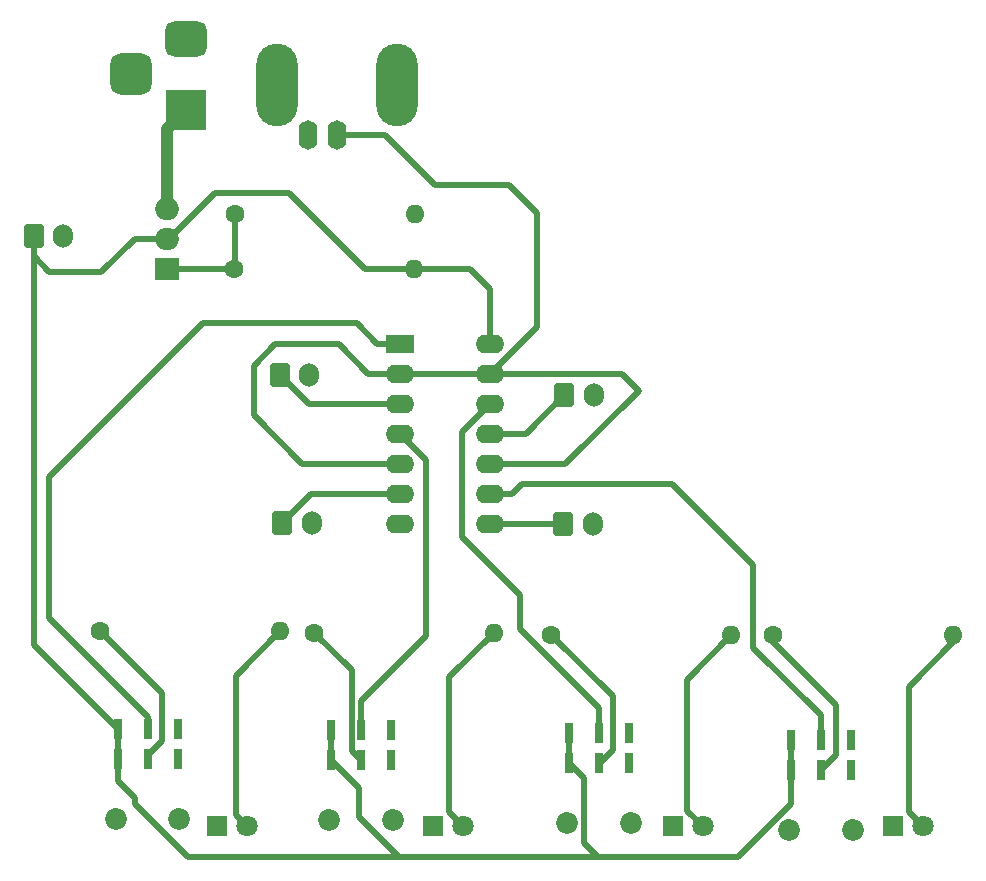
<source format=gbr>
%TF.GenerationSoftware,KiCad,Pcbnew,7.0.6*%
%TF.CreationDate,2023-12-12T17:12:18+00:00*%
%TF.ProjectId,BlankingRelay_Base,426c616e-6b69-46e6-9752-656c61795f42,rev?*%
%TF.SameCoordinates,Original*%
%TF.FileFunction,Copper,L1,Top*%
%TF.FilePolarity,Positive*%
%FSLAX46Y46*%
G04 Gerber Fmt 4.6, Leading zero omitted, Abs format (unit mm)*
G04 Created by KiCad (PCBNEW 7.0.6) date 2023-12-12 17:12:18*
%MOMM*%
%LPD*%
G01*
G04 APERTURE LIST*
G04 Aperture macros list*
%AMRoundRect*
0 Rectangle with rounded corners*
0 $1 Rounding radius*
0 $2 $3 $4 $5 $6 $7 $8 $9 X,Y pos of 4 corners*
0 Add a 4 corners polygon primitive as box body*
4,1,4,$2,$3,$4,$5,$6,$7,$8,$9,$2,$3,0*
0 Add four circle primitives for the rounded corners*
1,1,$1+$1,$2,$3*
1,1,$1+$1,$4,$5*
1,1,$1+$1,$6,$7*
1,1,$1+$1,$8,$9*
0 Add four rect primitives between the rounded corners*
20,1,$1+$1,$2,$3,$4,$5,0*
20,1,$1+$1,$4,$5,$6,$7,0*
20,1,$1+$1,$6,$7,$8,$9,0*
20,1,$1+$1,$8,$9,$2,$3,0*%
G04 Aperture macros list end*
%TA.AperFunction,ComponentPad*%
%ADD10C,1.600000*%
%TD*%
%TA.AperFunction,ComponentPad*%
%ADD11O,1.600000X1.600000*%
%TD*%
%TA.AperFunction,ComponentPad*%
%ADD12R,1.800000X1.800000*%
%TD*%
%TA.AperFunction,ComponentPad*%
%ADD13C,1.800000*%
%TD*%
%TA.AperFunction,ComponentPad*%
%ADD14O,1.600200X2.499360*%
%TD*%
%TA.AperFunction,ComponentPad*%
%ADD15O,3.500120X7.000240*%
%TD*%
%TA.AperFunction,ComponentPad*%
%ADD16R,0.750000X1.750000*%
%TD*%
%TA.AperFunction,ComponentPad*%
%ADD17C,1.850000*%
%TD*%
%TA.AperFunction,ComponentPad*%
%ADD18O,1.700000X2.000000*%
%TD*%
%TA.AperFunction,ComponentPad*%
%ADD19RoundRect,0.250000X-0.600000X-0.750000X0.600000X-0.750000X0.600000X0.750000X-0.600000X0.750000X0*%
%TD*%
%TA.AperFunction,ComponentPad*%
%ADD20R,2.400000X1.600000*%
%TD*%
%TA.AperFunction,ComponentPad*%
%ADD21O,2.400000X1.600000*%
%TD*%
%TA.AperFunction,ComponentPad*%
%ADD22R,3.500000X3.500000*%
%TD*%
%TA.AperFunction,ComponentPad*%
%ADD23RoundRect,0.750000X-1.000000X0.750000X-1.000000X-0.750000X1.000000X-0.750000X1.000000X0.750000X0*%
%TD*%
%TA.AperFunction,ComponentPad*%
%ADD24RoundRect,0.875000X-0.875000X0.875000X-0.875000X-0.875000X0.875000X-0.875000X0.875000X0.875000X0*%
%TD*%
%TA.AperFunction,ComponentPad*%
%ADD25R,2.000000X1.905000*%
%TD*%
%TA.AperFunction,ComponentPad*%
%ADD26O,2.000000X1.905000*%
%TD*%
%TA.AperFunction,Conductor*%
%ADD27C,0.500000*%
%TD*%
%TA.AperFunction,Conductor*%
%ADD28C,1.000000*%
%TD*%
G04 APERTURE END LIST*
D10*
%TO.P,R2,1*%
%TO.N,Net-(R2-Pad1)*%
X61400000Y-129200000D03*
D11*
%TO.P,R2,2*%
%TO.N,Net-(D2-A)*%
X76640000Y-129200000D03*
%TD*%
D12*
%TO.P,D2,1,K*%
%TO.N,GNDREF*%
X71500000Y-145600000D03*
D13*
%TO.P,D2,2,A*%
%TO.N,Net-(D2-A)*%
X74040000Y-145600000D03*
%TD*%
D10*
%TO.P,R99,1*%
%TO.N,Net-(U0-ADJ)*%
X54686000Y-93780000D03*
D11*
%TO.P,R99,2*%
%TO.N,GNDREF*%
X69926000Y-93780000D03*
%TD*%
D14*
%TO.P,J2,1,In*%
%TO.N,Blanking_In*%
X63360000Y-87081050D03*
D15*
%TO.P,J2,2,Ext*%
%TO.N,GNDREF*%
X58262220Y-82816390D03*
D14*
X60860640Y-87081050D03*
D15*
X68460320Y-82816390D03*
%TD*%
D16*
%TO.P,SW2,1,A*%
%TO.N,5V*%
X62860000Y-137480000D03*
%TO.P,SW2,2,B*%
%TO.N,On_2*%
X65400000Y-137480000D03*
%TO.P,SW2,3,C*%
%TO.N,GNDREF*%
X67940000Y-137480000D03*
%TO.P,SW2,4,A*%
%TO.N,5V*%
X62860000Y-140020000D03*
%TO.P,SW2,5,B*%
%TO.N,Net-(R2-Pad1)*%
X65400000Y-140020000D03*
%TO.P,SW2,6,C*%
%TO.N,GNDREF*%
X67940000Y-140020000D03*
D17*
%TO.P,SW2,7*%
%TO.N,N/C*%
X62700000Y-145100000D03*
%TO.P,SW2,8*%
X68100000Y-145100000D03*
%TD*%
D16*
%TO.P,SW4,1,A*%
%TO.N,5V*%
X101760000Y-138280000D03*
%TO.P,SW4,2,B*%
%TO.N,On_4*%
X104300000Y-138280000D03*
%TO.P,SW4,3,C*%
%TO.N,GNDREF*%
X106840000Y-138280000D03*
%TO.P,SW4,4,A*%
%TO.N,5V*%
X101760000Y-140820000D03*
%TO.P,SW4,5,B*%
%TO.N,Net-(R4-Pad1)*%
X104300000Y-140820000D03*
%TO.P,SW4,6,C*%
%TO.N,GNDREF*%
X106840000Y-140820000D03*
D17*
%TO.P,SW4,7*%
%TO.N,N/C*%
X101600000Y-145900000D03*
%TO.P,SW4,8*%
X107000000Y-145900000D03*
%TD*%
D10*
%TO.P,R98,1*%
%TO.N,Net-(U0-ADJ)*%
X54660000Y-98420000D03*
D11*
%TO.P,R98,2*%
%TO.N,5V*%
X69900000Y-98420000D03*
%TD*%
D16*
%TO.P,SW3,1,A*%
%TO.N,5V*%
X82960000Y-137680000D03*
%TO.P,SW3,2,B*%
%TO.N,On_3*%
X85500000Y-137680000D03*
%TO.P,SW3,3,C*%
%TO.N,GNDREF*%
X88040000Y-137680000D03*
%TO.P,SW3,4,A*%
%TO.N,5V*%
X82960000Y-140220000D03*
%TO.P,SW3,5,B*%
%TO.N,Net-(R3-Pad1)*%
X85500000Y-140220000D03*
%TO.P,SW3,6,C*%
%TO.N,GNDREF*%
X88040000Y-140220000D03*
D17*
%TO.P,SW3,7*%
%TO.N,N/C*%
X82800000Y-145300000D03*
%TO.P,SW3,8*%
X88200000Y-145300000D03*
%TD*%
D18*
%TO.P,J6,2,Pin_2*%
%TO.N,GNDREF*%
X85100000Y-109100000D03*
D19*
%TO.P,J6,1,Pin_1*%
%TO.N,Net-(J6-Pin_1)*%
X82600000Y-109100000D03*
%TD*%
D10*
%TO.P,R4,1*%
%TO.N,Net-(R4-Pad1)*%
X100300000Y-129400000D03*
D11*
%TO.P,R4,2*%
%TO.N,Net-(D4-A)*%
X115540000Y-129400000D03*
%TD*%
D20*
%TO.P,U1,1*%
%TO.N,On_1*%
X68680000Y-104760000D03*
D21*
%TO.P,U1,2*%
%TO.N,Blanking_In*%
X68680000Y-107300000D03*
%TO.P,U1,3*%
%TO.N,Net-(J3-Pin_1)*%
X68680000Y-109840000D03*
%TO.P,U1,4*%
%TO.N,On_2*%
X68680000Y-112380000D03*
%TO.P,U1,5*%
%TO.N,Blanking_In*%
X68680000Y-114920000D03*
%TO.P,U1,6*%
%TO.N,Net-(J4-Pin_1)*%
X68680000Y-117460000D03*
%TO.P,U1,7,GND*%
%TO.N,GNDREF*%
X68680000Y-120000000D03*
%TO.P,U1,8*%
%TO.N,Net-(J5-Pin_1)*%
X76300000Y-120000000D03*
%TO.P,U1,9*%
%TO.N,On_4*%
X76300000Y-117460000D03*
%TO.P,U1,10*%
%TO.N,Blanking_In*%
X76300000Y-114920000D03*
%TO.P,U1,11*%
%TO.N,Net-(J6-Pin_1)*%
X76300000Y-112380000D03*
%TO.P,U1,12*%
%TO.N,On_3*%
X76300000Y-109840000D03*
%TO.P,U1,13*%
%TO.N,Blanking_In*%
X76300000Y-107300000D03*
%TO.P,U1,14,VCC*%
%TO.N,5V*%
X76300000Y-104760000D03*
%TD*%
D10*
%TO.P,R3,1*%
%TO.N,Net-(R3-Pad1)*%
X81500000Y-129400000D03*
D11*
%TO.P,R3,2*%
%TO.N,Net-(D3-A)*%
X96740000Y-129400000D03*
%TD*%
D12*
%TO.P,D1,1,K*%
%TO.N,GNDREF*%
X53200000Y-145600000D03*
D13*
%TO.P,D1,2,A*%
%TO.N,Net-(D1-A)*%
X55740000Y-145600000D03*
%TD*%
D16*
%TO.P,SW1,1,A*%
%TO.N,5V*%
X44760000Y-137380000D03*
%TO.P,SW1,2,B*%
%TO.N,On_1*%
X47300000Y-137380000D03*
%TO.P,SW1,3,C*%
%TO.N,GNDREF*%
X49840000Y-137380000D03*
%TO.P,SW1,4,A*%
%TO.N,5V*%
X44760000Y-139920000D03*
%TO.P,SW1,5,B*%
%TO.N,Net-(R1-Pad1)*%
X47300000Y-139920000D03*
%TO.P,SW1,6,C*%
%TO.N,GNDREF*%
X49840000Y-139920000D03*
D17*
%TO.P,SW1,7*%
%TO.N,N/C*%
X44600000Y-145000000D03*
%TO.P,SW1,8*%
X50000000Y-145000000D03*
%TD*%
D19*
%TO.P,J7,1,Pin_1*%
%TO.N,5V*%
X37650000Y-95575000D03*
D18*
%TO.P,J7,2,Pin_2*%
%TO.N,GNDREF*%
X40150000Y-95575000D03*
%TD*%
D22*
%TO.P,J1,1*%
%TO.N,+9V*%
X50587500Y-84920000D03*
D23*
%TO.P,J1,2*%
%TO.N,GNDREF*%
X50587500Y-78920000D03*
D24*
%TO.P,J1,3*%
X45887500Y-81920000D03*
%TD*%
D19*
%TO.P,J3,1,Pin_1*%
%TO.N,Net-(J3-Pin_1)*%
X58500000Y-107400000D03*
D18*
%TO.P,J3,2,Pin_2*%
%TO.N,GNDREF*%
X61000000Y-107400000D03*
%TD*%
D12*
%TO.P,D4,1,K*%
%TO.N,GNDREF*%
X110460000Y-145600000D03*
D13*
%TO.P,D4,2,A*%
%TO.N,Net-(D4-A)*%
X113000000Y-145600000D03*
%TD*%
D12*
%TO.P,D3,1,K*%
%TO.N,GNDREF*%
X91760000Y-145600000D03*
D13*
%TO.P,D3,2,A*%
%TO.N,Net-(D3-A)*%
X94300000Y-145600000D03*
%TD*%
D18*
%TO.P,J4,2,Pin_2*%
%TO.N,GNDREF*%
X61200000Y-119900000D03*
D19*
%TO.P,J4,1,Pin_1*%
%TO.N,Net-(J4-Pin_1)*%
X58700000Y-119900000D03*
%TD*%
D25*
%TO.P,U0,1,ADJ*%
%TO.N,Net-(U0-ADJ)*%
X48975000Y-98390000D03*
D26*
%TO.P,U0,2,VO*%
%TO.N,5V*%
X48975000Y-95850000D03*
%TO.P,U0,3,VI*%
%TO.N,+9V*%
X48975000Y-93310000D03*
%TD*%
D19*
%TO.P,J5,1,Pin_1*%
%TO.N,Net-(J5-Pin_1)*%
X82500000Y-120000000D03*
D18*
%TO.P,J5,2,Pin_2*%
%TO.N,GNDREF*%
X85000000Y-120000000D03*
%TD*%
D10*
%TO.P,R1,1*%
%TO.N,Net-(R1-Pad1)*%
X43300000Y-129100000D03*
D11*
%TO.P,R1,2*%
%TO.N,Net-(D1-A)*%
X58540000Y-129100000D03*
%TD*%
D27*
%TO.N,Blanking_In*%
X58100000Y-104800000D02*
X63500000Y-104800000D01*
X56300000Y-106600000D02*
X58100000Y-104800000D01*
X56300000Y-110800000D02*
X56300000Y-106600000D01*
X60420000Y-114920000D02*
X56300000Y-110800000D01*
X68680000Y-114920000D02*
X60420000Y-114920000D01*
%TO.N,Net-(J3-Pin_1)*%
X68680000Y-109840000D02*
X60940000Y-109840000D01*
X60940000Y-109840000D02*
X58500000Y-107400000D01*
%TO.N,Blanking_In*%
X63500000Y-104800000D02*
X66000000Y-107300000D01*
X66000000Y-107300000D02*
X68680000Y-107300000D01*
%TO.N,On_1*%
X52000000Y-103000000D02*
X39000000Y-116000000D01*
X39000000Y-116000000D02*
X39000000Y-128000000D01*
X39000000Y-128000000D02*
X47300000Y-136300000D01*
%TO.N,Net-(R1-Pad1)*%
X48500000Y-134300000D02*
X43300000Y-129100000D01*
X48500000Y-138400000D02*
X48500000Y-134300000D01*
X47300000Y-139600000D02*
X48500000Y-138400000D01*
%TO.N,On_1*%
X66760000Y-104760000D02*
X65000000Y-103000000D01*
X47300000Y-136300000D02*
X47300000Y-137380000D01*
X65000000Y-103000000D02*
X52000000Y-103000000D01*
X68680000Y-104760000D02*
X66760000Y-104760000D01*
%TO.N,Blanking_In*%
X76300000Y-107300000D02*
X68680000Y-107300000D01*
X87500000Y-107300000D02*
X88900000Y-108700000D01*
X88900000Y-108700000D02*
X82680000Y-114920000D01*
X82680000Y-114920000D02*
X76300000Y-114920000D01*
X76300000Y-107300000D02*
X87500000Y-107300000D01*
%TO.N,On_3*%
X73900000Y-112240000D02*
X76300000Y-109840000D01*
X73900000Y-121100000D02*
X73900000Y-112240000D01*
%TO.N,5V*%
X68600000Y-148200000D02*
X85400000Y-148200000D01*
X65200000Y-142360000D02*
X65200000Y-144800000D01*
X50700000Y-148200000D02*
X68600000Y-148200000D01*
X62860000Y-140020000D02*
X65200000Y-142360000D01*
X65200000Y-144800000D02*
X68600000Y-148200000D01*
X84225000Y-147025000D02*
X85400000Y-148200000D01*
X85400000Y-148200000D02*
X97284746Y-148200000D01*
X82960000Y-140220000D02*
X84225000Y-141485000D01*
X84225000Y-141485000D02*
X84225000Y-147025000D01*
X97284746Y-148200000D02*
X101760000Y-143724746D01*
X101760000Y-143724746D02*
X101760000Y-140820000D01*
X46200000Y-143700000D02*
X50700000Y-148200000D01*
X46200000Y-143215254D02*
X46200000Y-143700000D01*
X44760000Y-141775254D02*
X46200000Y-143215254D01*
X44760000Y-139920000D02*
X44760000Y-141775254D01*
X37650000Y-95575000D02*
X37650000Y-130270000D01*
X37650000Y-130270000D02*
X44760000Y-137380000D01*
X37650000Y-97350000D02*
X37650000Y-95575000D01*
X39000000Y-98700000D02*
X37650000Y-97350000D01*
X43400000Y-98700000D02*
X39000000Y-98700000D01*
X48975000Y-95850000D02*
X46250000Y-95850000D01*
X46250000Y-95850000D02*
X43400000Y-98700000D01*
X76300000Y-100120000D02*
X76300000Y-104760000D01*
X69900000Y-98420000D02*
X74600000Y-98420000D01*
X74600000Y-98420000D02*
X76300000Y-100120000D01*
%TO.N,Net-(R2-Pad1)*%
X64575000Y-139195000D02*
X65400000Y-140020000D01*
X61400000Y-129200000D02*
X64575000Y-132375000D01*
X64575000Y-132375000D02*
X64575000Y-139195000D01*
%TO.N,On_2*%
X65400000Y-135000000D02*
X65400000Y-137480000D01*
X70900000Y-129500000D02*
X65400000Y-135000000D01*
X70900000Y-114600000D02*
X70900000Y-129500000D01*
X68680000Y-112380000D02*
X70900000Y-114600000D01*
%TO.N,Net-(J5-Pin_1)*%
X82500000Y-120000000D02*
X76300000Y-120000000D01*
%TO.N,Net-(J6-Pin_1)*%
X79320000Y-112380000D02*
X82600000Y-109100000D01*
X76300000Y-112380000D02*
X79320000Y-112380000D01*
%TO.N,Net-(J4-Pin_1)*%
X61140000Y-117460000D02*
X58700000Y-119900000D01*
X68680000Y-117460000D02*
X61140000Y-117460000D01*
%TO.N,On_3*%
X78800000Y-128900000D02*
X78800000Y-126000000D01*
X85500000Y-135600000D02*
X78800000Y-128900000D01*
X85500000Y-137680000D02*
X85500000Y-135600000D01*
X78800000Y-126000000D02*
X73900000Y-121100000D01*
%TO.N,On_4*%
X78140000Y-117460000D02*
X76300000Y-117460000D01*
X79000000Y-116600000D02*
X78140000Y-117460000D01*
X91700000Y-116600000D02*
X79000000Y-116600000D01*
X98600000Y-123500000D02*
X91700000Y-116600000D01*
X98600000Y-130500000D02*
X98600000Y-123500000D01*
X104300000Y-136200000D02*
X98600000Y-130500000D01*
X104300000Y-138280000D02*
X104300000Y-136200000D01*
%TO.N,Net-(D4-A)*%
X111760000Y-144360000D02*
X113000000Y-145600000D01*
X111760000Y-133780000D02*
X111760000Y-144360000D01*
X115540000Y-130000000D02*
X111760000Y-133780000D01*
X115540000Y-129400000D02*
X115540000Y-130000000D01*
%TO.N,Net-(R4-Pad1)*%
X105600000Y-139520000D02*
X104300000Y-140820000D01*
X105600000Y-135300000D02*
X105600000Y-139520000D01*
X100300000Y-130000000D02*
X105600000Y-135300000D01*
X100300000Y-129400000D02*
X100300000Y-130000000D01*
%TO.N,5V*%
X101760000Y-138280000D02*
X101760000Y-140820000D01*
%TO.N,Net-(D3-A)*%
X92960000Y-144260000D02*
X94300000Y-145600000D01*
X96740000Y-129400000D02*
X92960000Y-133180000D01*
X92960000Y-133180000D02*
X92960000Y-144260000D01*
%TO.N,Net-(D2-A)*%
X72860000Y-132980000D02*
X72860000Y-144420000D01*
X72860000Y-144420000D02*
X74040000Y-145600000D01*
X76640000Y-129200000D02*
X72860000Y-132980000D01*
%TO.N,Net-(R2-Pad1)*%
X65400000Y-140020000D02*
X65400000Y-139900000D01*
%TO.N,Net-(R3-Pad1)*%
X86700000Y-139100000D02*
X86700000Y-134600000D01*
X85580000Y-140220000D02*
X86700000Y-139100000D01*
X85500000Y-140220000D02*
X85580000Y-140220000D01*
X86700000Y-134600000D02*
X81500000Y-129400000D01*
%TO.N,5V*%
X82960000Y-137680000D02*
X82960000Y-140220000D01*
X62860000Y-137480000D02*
X62860000Y-140020000D01*
X44760000Y-137380000D02*
X44760000Y-139920000D01*
%TO.N,Net-(D1-A)*%
X54760000Y-132880000D02*
X58540000Y-129100000D01*
X55740000Y-145600000D02*
X54760000Y-144620000D01*
X54760000Y-144620000D02*
X54760000Y-132880000D01*
%TO.N,Net-(R1-Pad1)*%
X47300000Y-139920000D02*
X47300000Y-139600000D01*
%TO.N,5V*%
X53000000Y-92000000D02*
X49150000Y-95850000D01*
X69900000Y-98420000D02*
X65720000Y-98420000D01*
X65720000Y-98420000D02*
X59300000Y-92000000D01*
X59300000Y-92000000D02*
X53000000Y-92000000D01*
X49150000Y-95850000D02*
X48975000Y-95850000D01*
%TO.N,Net-(U0-ADJ)*%
X54686000Y-98394000D02*
X54660000Y-98420000D01*
X54686000Y-93780000D02*
X54686000Y-98394000D01*
%TO.N,Blanking_In*%
X80300000Y-93700000D02*
X80300000Y-103300000D01*
X77900000Y-91300000D02*
X80300000Y-93700000D01*
X71600000Y-91300000D02*
X77900000Y-91300000D01*
X80300000Y-103300000D02*
X76300000Y-107300000D01*
X67381050Y-87081050D02*
X71600000Y-91300000D01*
X63360000Y-87081050D02*
X67381050Y-87081050D01*
D28*
%TO.N,+9V*%
X48975000Y-86532500D02*
X50587500Y-84920000D01*
X48975000Y-93310000D02*
X48975000Y-86532500D01*
D27*
%TO.N,Net-(U0-ADJ)*%
X48975000Y-98390000D02*
X50076000Y-98390000D01*
X48975000Y-98390000D02*
X54630000Y-98390000D01*
%TD*%
M02*

</source>
